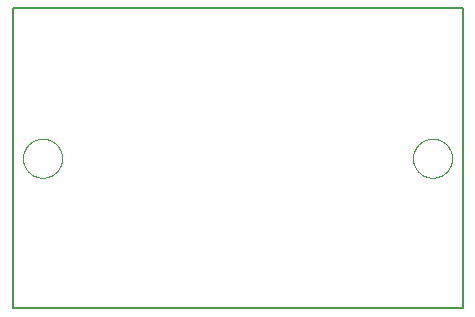
<source format=gko>
G75*
%MOIN*%
%OFA0B0*%
%FSLAX25Y25*%
%IPPOS*%
%LPD*%
%AMOC8*
5,1,8,0,0,1.08239X$1,22.5*
%
%ADD10C,0.00800*%
%ADD11C,0.00000*%
D10*
X0128333Y0241400D02*
X0128333Y0341400D01*
X0278333Y0341400D01*
X0278333Y0241400D01*
X0128333Y0241400D01*
D11*
X0131833Y0291400D02*
X0131835Y0291561D01*
X0131841Y0291721D01*
X0131851Y0291882D01*
X0131865Y0292042D01*
X0131883Y0292202D01*
X0131904Y0292361D01*
X0131930Y0292520D01*
X0131960Y0292678D01*
X0131993Y0292835D01*
X0132031Y0292992D01*
X0132072Y0293147D01*
X0132117Y0293301D01*
X0132166Y0293454D01*
X0132219Y0293606D01*
X0132275Y0293757D01*
X0132336Y0293906D01*
X0132399Y0294054D01*
X0132467Y0294200D01*
X0132538Y0294344D01*
X0132612Y0294486D01*
X0132690Y0294627D01*
X0132772Y0294765D01*
X0132857Y0294902D01*
X0132945Y0295036D01*
X0133037Y0295168D01*
X0133132Y0295298D01*
X0133230Y0295426D01*
X0133331Y0295551D01*
X0133435Y0295673D01*
X0133542Y0295793D01*
X0133652Y0295910D01*
X0133765Y0296025D01*
X0133881Y0296136D01*
X0134000Y0296245D01*
X0134121Y0296350D01*
X0134245Y0296453D01*
X0134371Y0296553D01*
X0134499Y0296649D01*
X0134630Y0296742D01*
X0134764Y0296832D01*
X0134899Y0296919D01*
X0135037Y0297002D01*
X0135176Y0297082D01*
X0135318Y0297158D01*
X0135461Y0297231D01*
X0135606Y0297300D01*
X0135753Y0297366D01*
X0135901Y0297428D01*
X0136051Y0297486D01*
X0136202Y0297541D01*
X0136355Y0297592D01*
X0136509Y0297639D01*
X0136664Y0297682D01*
X0136820Y0297721D01*
X0136976Y0297757D01*
X0137134Y0297788D01*
X0137292Y0297816D01*
X0137451Y0297840D01*
X0137611Y0297860D01*
X0137771Y0297876D01*
X0137931Y0297888D01*
X0138092Y0297896D01*
X0138253Y0297900D01*
X0138413Y0297900D01*
X0138574Y0297896D01*
X0138735Y0297888D01*
X0138895Y0297876D01*
X0139055Y0297860D01*
X0139215Y0297840D01*
X0139374Y0297816D01*
X0139532Y0297788D01*
X0139690Y0297757D01*
X0139846Y0297721D01*
X0140002Y0297682D01*
X0140157Y0297639D01*
X0140311Y0297592D01*
X0140464Y0297541D01*
X0140615Y0297486D01*
X0140765Y0297428D01*
X0140913Y0297366D01*
X0141060Y0297300D01*
X0141205Y0297231D01*
X0141348Y0297158D01*
X0141490Y0297082D01*
X0141629Y0297002D01*
X0141767Y0296919D01*
X0141902Y0296832D01*
X0142036Y0296742D01*
X0142167Y0296649D01*
X0142295Y0296553D01*
X0142421Y0296453D01*
X0142545Y0296350D01*
X0142666Y0296245D01*
X0142785Y0296136D01*
X0142901Y0296025D01*
X0143014Y0295910D01*
X0143124Y0295793D01*
X0143231Y0295673D01*
X0143335Y0295551D01*
X0143436Y0295426D01*
X0143534Y0295298D01*
X0143629Y0295168D01*
X0143721Y0295036D01*
X0143809Y0294902D01*
X0143894Y0294765D01*
X0143976Y0294627D01*
X0144054Y0294486D01*
X0144128Y0294344D01*
X0144199Y0294200D01*
X0144267Y0294054D01*
X0144330Y0293906D01*
X0144391Y0293757D01*
X0144447Y0293606D01*
X0144500Y0293454D01*
X0144549Y0293301D01*
X0144594Y0293147D01*
X0144635Y0292992D01*
X0144673Y0292835D01*
X0144706Y0292678D01*
X0144736Y0292520D01*
X0144762Y0292361D01*
X0144783Y0292202D01*
X0144801Y0292042D01*
X0144815Y0291882D01*
X0144825Y0291721D01*
X0144831Y0291561D01*
X0144833Y0291400D01*
X0144831Y0291239D01*
X0144825Y0291079D01*
X0144815Y0290918D01*
X0144801Y0290758D01*
X0144783Y0290598D01*
X0144762Y0290439D01*
X0144736Y0290280D01*
X0144706Y0290122D01*
X0144673Y0289965D01*
X0144635Y0289808D01*
X0144594Y0289653D01*
X0144549Y0289499D01*
X0144500Y0289346D01*
X0144447Y0289194D01*
X0144391Y0289043D01*
X0144330Y0288894D01*
X0144267Y0288746D01*
X0144199Y0288600D01*
X0144128Y0288456D01*
X0144054Y0288314D01*
X0143976Y0288173D01*
X0143894Y0288035D01*
X0143809Y0287898D01*
X0143721Y0287764D01*
X0143629Y0287632D01*
X0143534Y0287502D01*
X0143436Y0287374D01*
X0143335Y0287249D01*
X0143231Y0287127D01*
X0143124Y0287007D01*
X0143014Y0286890D01*
X0142901Y0286775D01*
X0142785Y0286664D01*
X0142666Y0286555D01*
X0142545Y0286450D01*
X0142421Y0286347D01*
X0142295Y0286247D01*
X0142167Y0286151D01*
X0142036Y0286058D01*
X0141902Y0285968D01*
X0141767Y0285881D01*
X0141629Y0285798D01*
X0141490Y0285718D01*
X0141348Y0285642D01*
X0141205Y0285569D01*
X0141060Y0285500D01*
X0140913Y0285434D01*
X0140765Y0285372D01*
X0140615Y0285314D01*
X0140464Y0285259D01*
X0140311Y0285208D01*
X0140157Y0285161D01*
X0140002Y0285118D01*
X0139846Y0285079D01*
X0139690Y0285043D01*
X0139532Y0285012D01*
X0139374Y0284984D01*
X0139215Y0284960D01*
X0139055Y0284940D01*
X0138895Y0284924D01*
X0138735Y0284912D01*
X0138574Y0284904D01*
X0138413Y0284900D01*
X0138253Y0284900D01*
X0138092Y0284904D01*
X0137931Y0284912D01*
X0137771Y0284924D01*
X0137611Y0284940D01*
X0137451Y0284960D01*
X0137292Y0284984D01*
X0137134Y0285012D01*
X0136976Y0285043D01*
X0136820Y0285079D01*
X0136664Y0285118D01*
X0136509Y0285161D01*
X0136355Y0285208D01*
X0136202Y0285259D01*
X0136051Y0285314D01*
X0135901Y0285372D01*
X0135753Y0285434D01*
X0135606Y0285500D01*
X0135461Y0285569D01*
X0135318Y0285642D01*
X0135176Y0285718D01*
X0135037Y0285798D01*
X0134899Y0285881D01*
X0134764Y0285968D01*
X0134630Y0286058D01*
X0134499Y0286151D01*
X0134371Y0286247D01*
X0134245Y0286347D01*
X0134121Y0286450D01*
X0134000Y0286555D01*
X0133881Y0286664D01*
X0133765Y0286775D01*
X0133652Y0286890D01*
X0133542Y0287007D01*
X0133435Y0287127D01*
X0133331Y0287249D01*
X0133230Y0287374D01*
X0133132Y0287502D01*
X0133037Y0287632D01*
X0132945Y0287764D01*
X0132857Y0287898D01*
X0132772Y0288035D01*
X0132690Y0288173D01*
X0132612Y0288314D01*
X0132538Y0288456D01*
X0132467Y0288600D01*
X0132399Y0288746D01*
X0132336Y0288894D01*
X0132275Y0289043D01*
X0132219Y0289194D01*
X0132166Y0289346D01*
X0132117Y0289499D01*
X0132072Y0289653D01*
X0132031Y0289808D01*
X0131993Y0289965D01*
X0131960Y0290122D01*
X0131930Y0290280D01*
X0131904Y0290439D01*
X0131883Y0290598D01*
X0131865Y0290758D01*
X0131851Y0290918D01*
X0131841Y0291079D01*
X0131835Y0291239D01*
X0131833Y0291400D01*
X0261833Y0291400D02*
X0261835Y0291561D01*
X0261841Y0291721D01*
X0261851Y0291882D01*
X0261865Y0292042D01*
X0261883Y0292202D01*
X0261904Y0292361D01*
X0261930Y0292520D01*
X0261960Y0292678D01*
X0261993Y0292835D01*
X0262031Y0292992D01*
X0262072Y0293147D01*
X0262117Y0293301D01*
X0262166Y0293454D01*
X0262219Y0293606D01*
X0262275Y0293757D01*
X0262336Y0293906D01*
X0262399Y0294054D01*
X0262467Y0294200D01*
X0262538Y0294344D01*
X0262612Y0294486D01*
X0262690Y0294627D01*
X0262772Y0294765D01*
X0262857Y0294902D01*
X0262945Y0295036D01*
X0263037Y0295168D01*
X0263132Y0295298D01*
X0263230Y0295426D01*
X0263331Y0295551D01*
X0263435Y0295673D01*
X0263542Y0295793D01*
X0263652Y0295910D01*
X0263765Y0296025D01*
X0263881Y0296136D01*
X0264000Y0296245D01*
X0264121Y0296350D01*
X0264245Y0296453D01*
X0264371Y0296553D01*
X0264499Y0296649D01*
X0264630Y0296742D01*
X0264764Y0296832D01*
X0264899Y0296919D01*
X0265037Y0297002D01*
X0265176Y0297082D01*
X0265318Y0297158D01*
X0265461Y0297231D01*
X0265606Y0297300D01*
X0265753Y0297366D01*
X0265901Y0297428D01*
X0266051Y0297486D01*
X0266202Y0297541D01*
X0266355Y0297592D01*
X0266509Y0297639D01*
X0266664Y0297682D01*
X0266820Y0297721D01*
X0266976Y0297757D01*
X0267134Y0297788D01*
X0267292Y0297816D01*
X0267451Y0297840D01*
X0267611Y0297860D01*
X0267771Y0297876D01*
X0267931Y0297888D01*
X0268092Y0297896D01*
X0268253Y0297900D01*
X0268413Y0297900D01*
X0268574Y0297896D01*
X0268735Y0297888D01*
X0268895Y0297876D01*
X0269055Y0297860D01*
X0269215Y0297840D01*
X0269374Y0297816D01*
X0269532Y0297788D01*
X0269690Y0297757D01*
X0269846Y0297721D01*
X0270002Y0297682D01*
X0270157Y0297639D01*
X0270311Y0297592D01*
X0270464Y0297541D01*
X0270615Y0297486D01*
X0270765Y0297428D01*
X0270913Y0297366D01*
X0271060Y0297300D01*
X0271205Y0297231D01*
X0271348Y0297158D01*
X0271490Y0297082D01*
X0271629Y0297002D01*
X0271767Y0296919D01*
X0271902Y0296832D01*
X0272036Y0296742D01*
X0272167Y0296649D01*
X0272295Y0296553D01*
X0272421Y0296453D01*
X0272545Y0296350D01*
X0272666Y0296245D01*
X0272785Y0296136D01*
X0272901Y0296025D01*
X0273014Y0295910D01*
X0273124Y0295793D01*
X0273231Y0295673D01*
X0273335Y0295551D01*
X0273436Y0295426D01*
X0273534Y0295298D01*
X0273629Y0295168D01*
X0273721Y0295036D01*
X0273809Y0294902D01*
X0273894Y0294765D01*
X0273976Y0294627D01*
X0274054Y0294486D01*
X0274128Y0294344D01*
X0274199Y0294200D01*
X0274267Y0294054D01*
X0274330Y0293906D01*
X0274391Y0293757D01*
X0274447Y0293606D01*
X0274500Y0293454D01*
X0274549Y0293301D01*
X0274594Y0293147D01*
X0274635Y0292992D01*
X0274673Y0292835D01*
X0274706Y0292678D01*
X0274736Y0292520D01*
X0274762Y0292361D01*
X0274783Y0292202D01*
X0274801Y0292042D01*
X0274815Y0291882D01*
X0274825Y0291721D01*
X0274831Y0291561D01*
X0274833Y0291400D01*
X0274831Y0291239D01*
X0274825Y0291079D01*
X0274815Y0290918D01*
X0274801Y0290758D01*
X0274783Y0290598D01*
X0274762Y0290439D01*
X0274736Y0290280D01*
X0274706Y0290122D01*
X0274673Y0289965D01*
X0274635Y0289808D01*
X0274594Y0289653D01*
X0274549Y0289499D01*
X0274500Y0289346D01*
X0274447Y0289194D01*
X0274391Y0289043D01*
X0274330Y0288894D01*
X0274267Y0288746D01*
X0274199Y0288600D01*
X0274128Y0288456D01*
X0274054Y0288314D01*
X0273976Y0288173D01*
X0273894Y0288035D01*
X0273809Y0287898D01*
X0273721Y0287764D01*
X0273629Y0287632D01*
X0273534Y0287502D01*
X0273436Y0287374D01*
X0273335Y0287249D01*
X0273231Y0287127D01*
X0273124Y0287007D01*
X0273014Y0286890D01*
X0272901Y0286775D01*
X0272785Y0286664D01*
X0272666Y0286555D01*
X0272545Y0286450D01*
X0272421Y0286347D01*
X0272295Y0286247D01*
X0272167Y0286151D01*
X0272036Y0286058D01*
X0271902Y0285968D01*
X0271767Y0285881D01*
X0271629Y0285798D01*
X0271490Y0285718D01*
X0271348Y0285642D01*
X0271205Y0285569D01*
X0271060Y0285500D01*
X0270913Y0285434D01*
X0270765Y0285372D01*
X0270615Y0285314D01*
X0270464Y0285259D01*
X0270311Y0285208D01*
X0270157Y0285161D01*
X0270002Y0285118D01*
X0269846Y0285079D01*
X0269690Y0285043D01*
X0269532Y0285012D01*
X0269374Y0284984D01*
X0269215Y0284960D01*
X0269055Y0284940D01*
X0268895Y0284924D01*
X0268735Y0284912D01*
X0268574Y0284904D01*
X0268413Y0284900D01*
X0268253Y0284900D01*
X0268092Y0284904D01*
X0267931Y0284912D01*
X0267771Y0284924D01*
X0267611Y0284940D01*
X0267451Y0284960D01*
X0267292Y0284984D01*
X0267134Y0285012D01*
X0266976Y0285043D01*
X0266820Y0285079D01*
X0266664Y0285118D01*
X0266509Y0285161D01*
X0266355Y0285208D01*
X0266202Y0285259D01*
X0266051Y0285314D01*
X0265901Y0285372D01*
X0265753Y0285434D01*
X0265606Y0285500D01*
X0265461Y0285569D01*
X0265318Y0285642D01*
X0265176Y0285718D01*
X0265037Y0285798D01*
X0264899Y0285881D01*
X0264764Y0285968D01*
X0264630Y0286058D01*
X0264499Y0286151D01*
X0264371Y0286247D01*
X0264245Y0286347D01*
X0264121Y0286450D01*
X0264000Y0286555D01*
X0263881Y0286664D01*
X0263765Y0286775D01*
X0263652Y0286890D01*
X0263542Y0287007D01*
X0263435Y0287127D01*
X0263331Y0287249D01*
X0263230Y0287374D01*
X0263132Y0287502D01*
X0263037Y0287632D01*
X0262945Y0287764D01*
X0262857Y0287898D01*
X0262772Y0288035D01*
X0262690Y0288173D01*
X0262612Y0288314D01*
X0262538Y0288456D01*
X0262467Y0288600D01*
X0262399Y0288746D01*
X0262336Y0288894D01*
X0262275Y0289043D01*
X0262219Y0289194D01*
X0262166Y0289346D01*
X0262117Y0289499D01*
X0262072Y0289653D01*
X0262031Y0289808D01*
X0261993Y0289965D01*
X0261960Y0290122D01*
X0261930Y0290280D01*
X0261904Y0290439D01*
X0261883Y0290598D01*
X0261865Y0290758D01*
X0261851Y0290918D01*
X0261841Y0291079D01*
X0261835Y0291239D01*
X0261833Y0291400D01*
M02*

</source>
